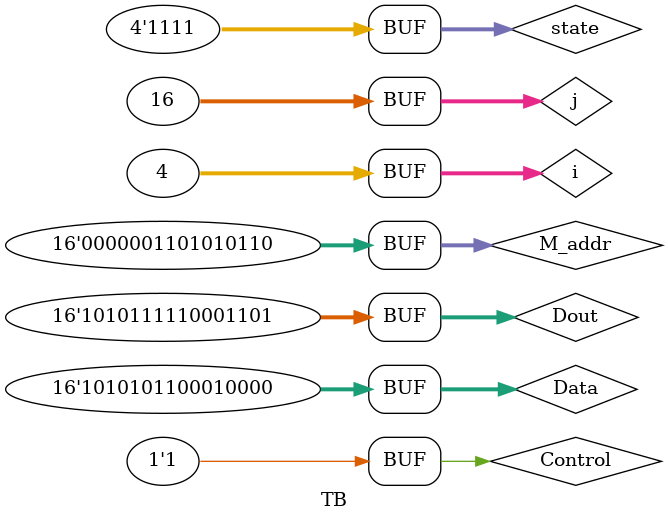
<source format=v>
`timescale 1ns/1ps
module TB();

reg [15:0] Data,M_addr,Dout;
wire [15:0] addr,Din,Memout;
wire rd;
reg Control;
reg[3:0] state;
integer i,j;

 Mem_access M0(Data,state,Control,M_addr,Dout,rd,Memout,Din,addr);

initial 
begin
Data=16'hAB10;
Dout=16'hABCD;
M_addr=16'h0056;
$monitor("State=%b Dout=%b  M_addr=%b",state,Dout,M_addr);
for (j=0;j<16;j=j+1)
begin
state=j;
#10;
for(i=0;i<=3;i=i+1)
begin
#10;
Control=0;
#10
Dout=Dout+15;
M_addr=M_addr+12;
Control=1;
#20;
end
end
end

endmodule

</source>
